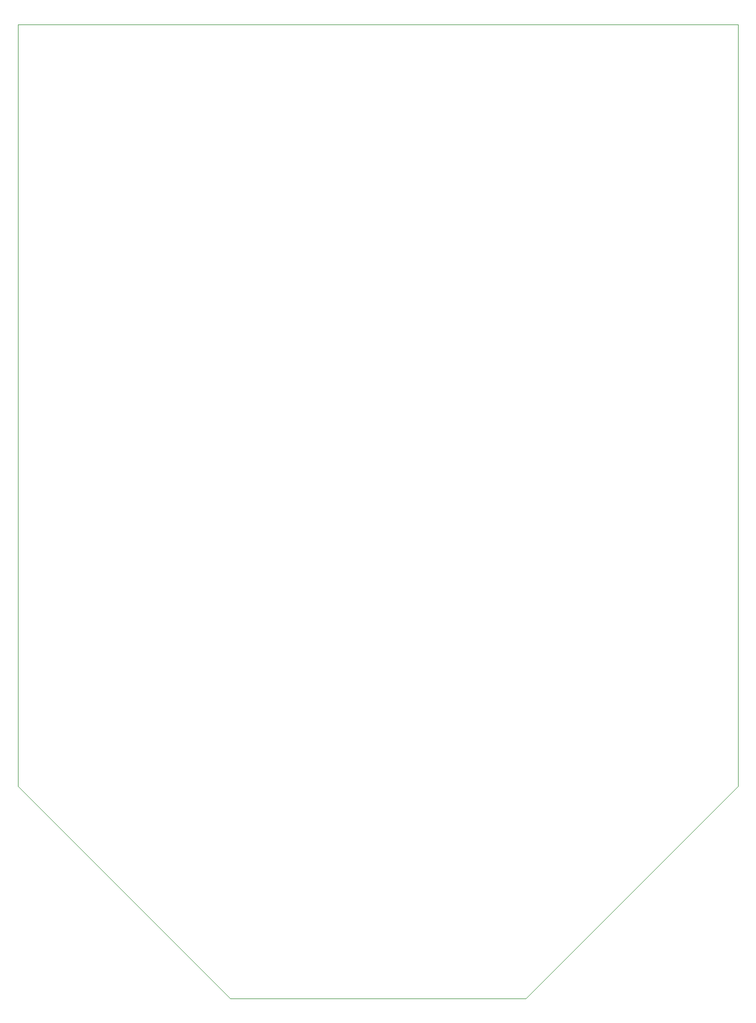
<source format=gbr>
%TF.GenerationSoftware,KiCad,Pcbnew,(5.1.10)-1*%
%TF.CreationDate,2022-04-08T13:19:25-06:00*%
%TF.ProjectId,VacuumFeedThruHDMI,56616375-756d-4466-9565-645468727548,rev?*%
%TF.SameCoordinates,Original*%
%TF.FileFunction,Profile,NP*%
%FSLAX46Y46*%
G04 Gerber Fmt 4.6, Leading zero omitted, Abs format (unit mm)*
G04 Created by KiCad (PCBNEW (5.1.10)-1) date 2022-04-08 13:19:25*
%MOMM*%
%LPD*%
G01*
G04 APERTURE LIST*
%TA.AperFunction,Profile*%
%ADD10C,0.050000*%
%TD*%
G04 APERTURE END LIST*
D10*
X-56000000Y-44000000D02*
X-23000000Y-77000000D01*
X-56000000Y74500000D02*
X-56000000Y-44000000D01*
X56000000Y-44000000D02*
X23000000Y-77000000D01*
X56000000Y74500000D02*
X56000000Y-44000000D01*
X-23000000Y-77000000D02*
X23000000Y-77000000D01*
X-56000000Y74500000D02*
X56000000Y74500000D01*
M02*

</source>
